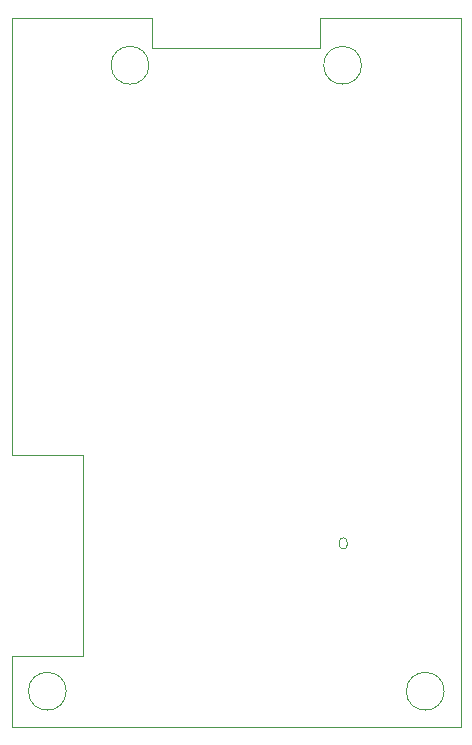
<source format=gbr>
%TF.GenerationSoftware,KiCad,Pcbnew,7.0.5*%
%TF.CreationDate,2023-06-16T17:12:54-04:00*%
%TF.ProjectId,ESP32Sensor-Sensor_board,45535033-3253-4656-9e73-6f722d53656e,rev?*%
%TF.SameCoordinates,Original*%
%TF.FileFunction,Profile,NP*%
%FSLAX46Y46*%
G04 Gerber Fmt 4.6, Leading zero omitted, Abs format (unit mm)*
G04 Created by KiCad (PCBNEW 7.0.5) date 2023-06-16 17:12:54*
%MOMM*%
%LPD*%
G01*
G04 APERTURE LIST*
%TA.AperFunction,Profile*%
%ADD10C,0.100000*%
%TD*%
%TA.AperFunction,Profile*%
%ADD11C,0.010000*%
%TD*%
G04 APERTURE END LIST*
D10*
X-13000000Y-37000000D02*
X-13000000Y-54000000D01*
X19000000Y-60000000D02*
X-19000000Y-60000000D01*
X-19000000Y0D02*
X-7112000Y0D01*
X-7400000Y-4000000D02*
G75*
G03*
X-7400000Y-4000000I-1600000J0D01*
G01*
X17600000Y-57000000D02*
G75*
G03*
X17600000Y-57000000I-1600000J0D01*
G01*
X-19000000Y-37000000D02*
X-13000000Y-37000000D01*
X19000000Y0D02*
X19000000Y-60000000D01*
X-19000000Y-54000000D02*
X-13000000Y-54000000D01*
X-7112000Y-2540000D02*
X-7112000Y0D01*
X-19000000Y0D02*
X-19000000Y-37000000D01*
X7112000Y0D02*
X19000000Y0D01*
X-14400000Y-57000000D02*
G75*
G03*
X-14400000Y-57000000I-1600000J0D01*
G01*
X7112000Y0D02*
X7112000Y-2540000D01*
X7112000Y-2540000D02*
X-7112000Y-2540000D01*
X10600000Y-4000000D02*
G75*
G03*
X10600000Y-4000000I-1600000J0D01*
G01*
X-19000000Y-60000000D02*
X-19000000Y-54000000D01*
D11*
%TO.C,J2*%
X8731000Y-44638000D02*
X8731000Y-44338000D01*
X9381000Y-44338000D02*
X9381000Y-44638000D01*
X8731000Y-44638000D02*
G75*
G03*
X9056000Y-44963000I325000J0D01*
G01*
X9056000Y-44963000D02*
G75*
G03*
X9381000Y-44638000I0J325000D01*
G01*
X9056000Y-44013000D02*
G75*
G03*
X8731000Y-44338000I0J-325000D01*
G01*
X9381000Y-44338000D02*
G75*
G03*
X9056000Y-44013000I-325000J0D01*
G01*
%TD*%
M02*

</source>
